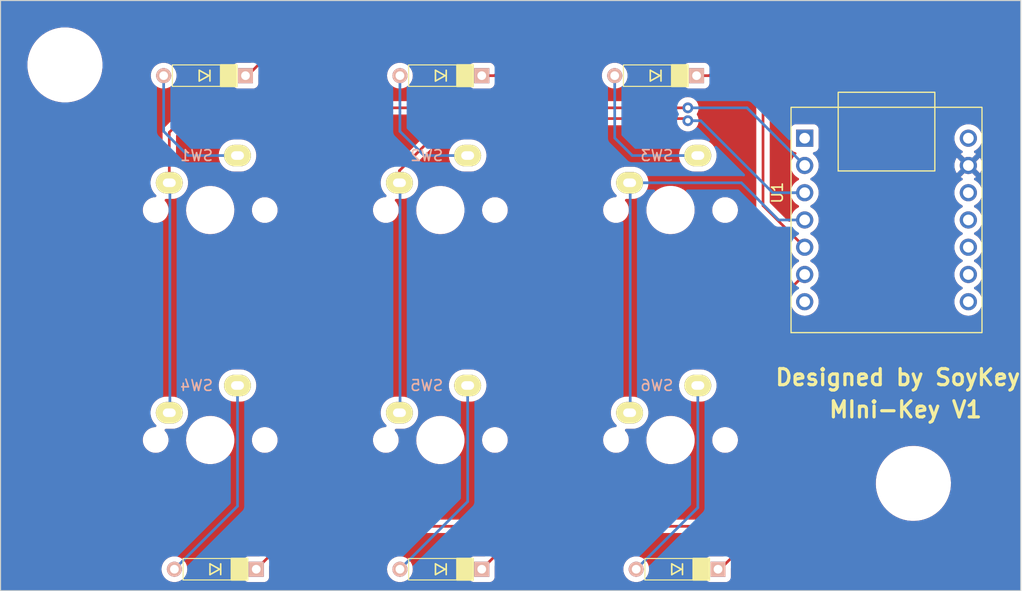
<source format=kicad_pcb>
(kicad_pcb (version 20221018) (generator pcbnew)
  (layers (0 "F.Cu" signal) (31 "B.Cu" signal) (34 "B.Paste" user) (35 "F.Paste" user) (36 "B.SilkS" user "B.Silkscreen") (37 "F.SilkS" user "F.Silkscreen") (38 "B.Mask" user) (39 "F.Mask" user) (44 "Edge.Cuts" user))
  (property "TEXT" "")
  (net 0 "")
  (net 1 "row0")
  (net 2 "Net-(D1-A)")
  (net 3 "Net-(D2-A)")
  (net 4 "Net-(D3-A)")
  (net 5 "row1")
  (net 6 "Net-(D4-A)")
  (net 7 "Net-(D5-A)")
  (net 8 "Net-(D6-A)")
  (net 9 "col0")
  (net 10 "col1")
  (net 11 "col2")
  (net 18 "+3V3")
  (net 19 "GND")
  (footprint "kbd_Hole:m3_Screw_Hole_EdgeCuts" (layer "F.Cu") (at 100 60)
    (fp_text reference "Ref**" hide)
    (fp_text value "Val**" hide)
    (fp_circle (center 0 0) (end 1.6 0) (stroke (width 0.01)) (fill none) (layer "Edge.Cuts"))
  )
  (footprint "kbd_SW:CherryMX_Solder_1u" (layer "F.Cu") (at 34.525 34.525)
    (fp_text reference "SW1" (at -1.27 -5.08 180) (layer "B.SilkS") (effects (justify mirror)))
    (fp_text value "SW_Push" hide)
    (pad "" np_thru_hole circle (at -5.08 0 90) (size 1.9 1.9) (drill 1.9) (layers "*.Cu" "*.Mask"))
    (pad "" np_thru_hole circle (at 0 0 90) (size 4 4) (drill 4) (layers "*.Cu" "*.Mask"))
    (pad "" np_thru_hole circle (at 5.08 0 90) (size 1.9 1.9) (drill 1.9) (layers "*.Cu" "*.Mask"))
    (pad "1" thru_hole oval (at -3.81 -2.54) (size 2.5 2) (drill oval 1.2 0.8) (layers "*.Cu" "F.SilkS" "B.Mask") (net 9 "col0"))
    (pad "2" thru_hole oval (at 2.54 -5.08) (size 2.5 2) (drill oval 1.2 0.8) (layers "*.Cu" "F.SilkS" "B.Mask") (net 2 "Net-(D1-A)"))
  )
  (footprint "kbd_Hole:m3_Spacer_Hole" (layer "F.Cu") (at 100 60)
    (fp_text reference "Ref**")
    (fp_text value "Val**")
    (pad "" np_thru_hole circle (at 0 0) (size 6.5 6.5) (drill 6.5) (layers "*.Cu" "*.Mask"))
  )
  (footprint "kbd_Hole:m3_Screw_Hole_EdgeCuts" (layer "F.Cu") (at 21 21)
    (fp_text reference "Ref**" hide)
    (fp_text value "Val**" hide)
    (fp_circle (center 0 0) (end 1.6 0) (stroke (width 0.01)) (fill none) (layer "Edge.Cuts"))
  )
  (footprint "Seeeduino-xiao-rp2040:MOUDLE14P-2.54-21X17.8MM" (layer "F.Cu") (at 97.5 35.45 90)
    (fp_text reference "U1" (at 2.54 -10.16 90 unlocked) (layer "F.SilkS"))
    (fp_text value "MOUDLE-SEEEDUINO-XIAO")
    (fp_rect (start -10.5 -8.89) (end 10.5 8.89) (stroke (width 0.12)) (fill none) (layer "F.SilkS"))
    (fp_rect (start 4.57 -4.5) (end 11.9 4.5) (stroke (width 0.12)) (fill none) (layer "F.SilkS"))
    (pad "1" thru_hole rect (at 7.62 -7.62 90) (size 1.6 1.6) (drill 1) (layers "*.Cu" "*.Mask"))
    (pad "2" thru_hole circle (at 5.08 -7.62 90) (size 1.6 1.6) (drill 1) (layers "*.Cu" "*.Mask") (net 9 "col0"))
    (pad "3" thru_hole circle (at 2.54 -7.62 90) (size 1.6 1.6) (drill 1) (layers "*.Cu" "*.Mask") (net 10 "col1"))
    (pad "4" thru_hole circle (at 0 -7.62 90) (size 1.6 1.6) (drill 1) (layers "*.Cu" "*.Mask") (net 11 "col2"))
    (pad "5" thru_hole circle (at -2.54 -7.62 90) (size 1.6 1.6) (drill 1) (layers "*.Cu" "*.Mask") (net 1 "row0"))
    (pad "6" thru_hole circle (at -5.08 -7.62 90) (size 1.6 1.6) (drill 1) (layers "*.Cu" "*.Mask") (net 5 "row1"))
    (pad "7" thru_hole circle (at -7.62 -7.62 90) (size 1.6 1.6) (drill 1) (layers "*.Cu" "*.Mask"))
    (pad "8" thru_hole circle (at -7.62 7.62 90) (size 1.6 1.6) (drill 1) (layers "*.Cu" "*.Mask"))
    (pad "9" thru_hole circle (at -5.08 7.62 90) (size 1.6 1.6) (drill 1) (layers "*.Cu" "*.Mask"))
    (pad "10" thru_hole circle (at -2.54 7.62 90) (size 1.6 1.6) (drill 1) (layers "*.Cu" "*.Mask"))
    (pad "11" thru_hole circle (at 0 7.62 90) (size 1.6 1.6) (drill 1) (layers "*.Cu" "*.Mask"))
    (pad "12" thru_hole circle (at 2.54 7.62 90) (size 1.6 1.6) (drill 1) (layers "*.Cu" "*.Mask") (net 18 "+3V3"))
    (pad "13" thru_hole circle (at 5.08 7.62 90) (size 1.6 1.6) (drill 1) (layers "*.Cu" "*.Mask") (net 19 "GND"))
    (pad "14" thru_hole circle (at 7.62 7.62 90) (size 1.6 1.6) (drill 1) (layers "*.Cu" "*.Mask"))
  )
  (footprint "kbd_SW:CherryMX_Solder_1u" (layer "F.Cu") (at 55.95625 34.525)
    (fp_text reference "SW2" (at -1.27 -5.08 180) (layer "B.SilkS") (effects (justify mirror)))
    (fp_text value "SW_Push" hide)
    (pad "" np_thru_hole circle (at -5.08 0 90) (size 1.9 1.9) (drill 1.9) (layers "*.Cu" "*.Mask"))
    (pad "" np_thru_hole circle (at 0 0 90) (size 4 4) (drill 4) (layers "*.Cu" "*.Mask"))
    (pad "" np_thru_hole circle (at 5.08 0 90) (size 1.9 1.9) (drill 1.9) (layers "*.Cu" "*.Mask"))
    (pad "1" thru_hole oval (at -3.81 -2.54) (size 2.5 2) (drill oval 1.2 0.8) (layers "*.Cu" "F.SilkS" "B.Mask") (net 10 "col1"))
    (pad "2" thru_hole oval (at 2.54 -5.08) (size 2.5 2) (drill oval 1.2 0.8) (layers "*.Cu" "F.SilkS" "B.Mask") (net 3 "Net-(D2-A)"))
  )
  (footprint "kbd_Hole:m3_Spacer_Hole" (layer "F.Cu") (at 21 21)
    (fp_text reference "Ref**")
    (fp_text value "Val**")
    (pad "" np_thru_hole circle (at 0 0) (size 6.5 6.5) (drill 6.5) (layers "*.Cu" "*.Mask"))
  )
  (footprint "kbd_SW:CherryMX_Solder_1u" (layer "F.Cu") (at 55.95625 55.95625)
    (fp_text reference "SW5" (at -1.27 -5.08 180) (layer "B.SilkS") (effects (justify mirror)))
    (fp_text value "SW_Push" hide)
    (pad "" np_thru_hole circle (at -5.08 0 90) (size 1.9 1.9) (drill 1.9) (layers "*.Cu" "*.Mask"))
    (pad "" np_thru_hole circle (at 0 0 90) (size 4 4) (drill 4) (layers "*.Cu" "*.Mask"))
    (pad "" np_thru_hole circle (at 5.08 0 90) (size 1.9 1.9) (drill 1.9) (layers "*.Cu" "*.Mask"))
    (pad "1" thru_hole oval (at -3.81 -2.54) (size 2.5 2) (drill oval 1.2 0.8) (layers "*.Cu" "F.SilkS" "B.Mask") (net 10 "col1"))
    (pad "2" thru_hole oval (at 2.54 -5.08) (size 2.5 2) (drill oval 1.2 0.8) (layers "*.Cu" "F.SilkS" "B.Mask") (net 7 "Net-(D5-A)"))
  )
  (footprint "kbd_SW:CherryMX_Solder_1u" (layer "F.Cu") (at 77.3875 34.525)
    (fp_text reference "SW3" (at -1.27 -5.08 180) (layer "B.SilkS") (effects (justify mirror)))
    (fp_text value "SW_Push" hide)
    (pad "" np_thru_hole circle (at -5.08 0 90) (size 1.9 1.9) (drill 1.9) (layers "*.Cu" "*.Mask"))
    (pad "" np_thru_hole circle (at 0 0 90) (size 4 4) (drill 4) (layers "*.Cu" "*.Mask"))
    (pad "" np_thru_hole circle (at 5.08 0 90) (size 1.9 1.9) (drill 1.9) (layers "*.Cu" "*.Mask"))
    (pad "1" thru_hole oval (at -3.81 -2.54) (size 2.5 2) (drill oval 1.2 0.8) (layers "*.Cu" "F.SilkS" "B.Mask") (net 11 "col2"))
    (pad "2" thru_hole oval (at 2.54 -5.08) (size 2.5 2) (drill oval 1.2 0.8) (layers "*.Cu" "F.SilkS" "B.Mask") (net 4 "Net-(D3-A)"))
  )
  (footprint "kbd_SW:CherryMX_Solder_1u" (layer "F.Cu") (at 34.525 55.95625)
    (fp_text reference "SW4" (at -1.27 -5.08 180) (layer "B.SilkS") (effects (justify mirror)))
    (fp_text value "SW_Push" hide)
    (pad "" np_thru_hole circle (at -5.08 0 90) (size 1.9 1.9) (drill 1.9) (layers "*.Cu" "*.Mask"))
    (pad "" np_thru_hole circle (at 0 0 90) (size 4 4) (drill 4) (layers "*.Cu" "*.Mask"))
    (pad "" np_thru_hole circle (at 5.08 0 90) (size 1.9 1.9) (drill 1.9) (layers "*.Cu" "*.Mask"))
    (pad "1" thru_hole oval (at -3.81 -2.54) (size 2.5 2) (drill oval 1.2 0.8) (layers "*.Cu" "F.SilkS" "B.Mask") (net 9 "col0"))
    (pad "2" thru_hole oval (at 2.54 -5.08) (size 2.5 2) (drill oval 1.2 0.8) (layers "*.Cu" "F.SilkS" "B.Mask") (net 8 "Net-(D6-A)"))
  )
  (footprint "kbd_SW:CherryMX_Solder_1u" (layer "F.Cu") (at 77.3875 55.95625)
    (fp_text reference "SW6" (at -1.27 -5.08 180) (layer "B.SilkS") (effects (justify mirror)))
    (fp_text value "SW_Push" hide)
    (pad "" np_thru_hole circle (at -5.08 0 90) (size 1.9 1.9) (drill 1.9) (layers "*.Cu" "*.Mask"))
    (pad "" np_thru_hole circle (at 0 0 90) (size 4 4) (drill 4) (layers "*.Cu" "*.Mask"))
    (pad "" np_thru_hole circle (at 5.08 0 90) (size 1.9 1.9) (drill 1.9) (layers "*.Cu" "*.Mask"))
    (pad "1" thru_hole oval (at -3.81 -2.54) (size 2.5 2) (drill oval 1.2 0.8) (layers "*.Cu" "F.SilkS" "B.Mask") (net 11 "col2"))
    (pad "2" thru_hole oval (at 2.54 -5.08) (size 2.5 2) (drill oval 1.2 0.8) (layers "*.Cu" "F.SilkS" "B.Mask") (net 6 "Net-(D4-A)"))
  )
  (footprint "kbd_Parts:Diode_TH" (layer "B.Cu") (at 35 68 180)
    (fp_text reference "D6" hide)
    (fp_text value "D" hide)
    (fp_line (start -3 -1) (end 3 -1) (stroke (width 0.1)) (layer "F.SilkS"))
    (fp_line (start -3 1) (end -3 -1) (stroke (width 0.1)) (layer "F.SilkS"))
    (fp_line (start -3 1) (end -3 -1) (stroke (width 0.1)) (layer "F.SilkS"))
    (fp_line (start -0.5 0.5) (end -0.5 -0.5) (stroke (width 0.15)) (layer "F.SilkS"))
    (fp_line (start -0.4 0) (end 0.5 0.5) (stroke (width 0.15)) (layer "F.SilkS"))
    (fp_line (start 0.5 -0.5) (end -0.4 0) (stroke (width 0.15)) (layer "F.SilkS"))
    (fp_line (start 0.5 0.5) (end 0.5 -0.5) (stroke (width 0.15)) (layer "F.SilkS"))
    (fp_line (start 3 -1) (end 3 1) (stroke (width 0.1)) (layer "F.SilkS"))
    (fp_line (start 3 1) (end -3 1) (stroke (width 0.1)) (layer "F.SilkS"))
    (fp_poly (pts (xy -3 1) (xy -3 -1) (xy -1.5 -1) (xy -1.5 1)) (stroke (width 0.15)) (fill solid) (layer "F.SilkS"))
    (pad "1" thru_hole rect (at -3.81 0 180) (size 1.397 1.397) (drill 0.8128) (layers "*.Cu" "*.Mask" "B.SilkS") (net 5 "row1"))
    (pad "2" thru_hole circle (at 3.81 0 180) (size 1.397 1.397) (drill 0.8128) (layers "*.Cu" "*.Mask" "B.SilkS") (net 8 "Net-(D6-A)"))
  )
  (footprint "kbd_Parts:Diode_TH" (layer "B.Cu") (at 34 22 180)
    (fp_text reference "D1" hide)
    (fp_text value "D" hide)
    (fp_line (start -3 -1) (end 3 -1) (stroke (width 0.1)) (layer "F.SilkS"))
    (fp_line (start -3 1) (end -3 -1) (stroke (width 0.1)) (layer "F.SilkS"))
    (fp_line (start -3 1) (end -3 -1) (stroke (width 0.1)) (layer "F.SilkS"))
    (fp_line (start -0.5 0.5) (end -0.5 -0.5) (stroke (width 0.15)) (layer "F.SilkS"))
    (fp_line (start -0.4 0) (end 0.5 0.5) (stroke (width 0.15)) (layer "F.SilkS"))
    (fp_line (start 0.5 -0.5) (end -0.4 0) (stroke (width 0.15)) (layer "F.SilkS"))
    (fp_line (start 0.5 0.5) (end 0.5 -0.5) (stroke (width 0.15)) (layer "F.SilkS"))
    (fp_line (start 3 -1) (end 3 1) (stroke (width 0.1)) (layer "F.SilkS"))
    (fp_line (start 3 1) (end -3 1) (stroke (width 0.1)) (layer "F.SilkS"))
    (fp_poly (pts (xy -3 1) (xy -3 -1) (xy -1.5 -1) (xy -1.5 1)) (stroke (width 0.15)) (fill solid) (layer "F.SilkS"))
    (pad "1" thru_hole rect (at -3.81 0 180) (size 1.397 1.397) (drill 0.8128) (layers "*.Cu" "*.Mask" "B.SilkS") (net 1 "row0"))
    (pad "2" thru_hole circle (at 3.81 0 180) (size 1.397 1.397) (drill 0.8128) (layers "*.Cu" "*.Mask" "B.SilkS") (net 2 "Net-(D1-A)"))
  )
  (footprint "kbd_Parts:Diode_TH" (layer "B.Cu") (at 56 68 180)
    (fp_text reference "D5" hide)
    (fp_text value "D" hide)
    (fp_line (start -3 -1) (end 3 -1) (stroke (width 0.1)) (layer "F.SilkS"))
    (fp_line (start -3 1) (end -3 -1) (stroke (width 0.1)) (layer "F.SilkS"))
    (fp_line (start -3 1) (end -3 -1) (stroke (width 0.1)) (layer "F.SilkS"))
    (fp_line (start -0.5 0.5) (end -0.5 -0.5) (stroke (width 0.15)) (layer "F.SilkS"))
    (fp_line (start -0.4 0) (end 0.5 0.5) (stroke (width 0.15)) (layer "F.SilkS"))
    (fp_line (start 0.5 -0.5) (end -0.4 0) (stroke (width 0.15)) (layer "F.SilkS"))
    (fp_line (start 0.5 0.5) (end 0.5 -0.5) (stroke (width 0.15)) (layer "F.SilkS"))
    (fp_line (start 3 -1) (end 3 1) (stroke (width 0.1)) (layer "F.SilkS"))
    (fp_line (start 3 1) (end -3 1) (stroke (width 0.1)) (layer "F.SilkS"))
    (fp_poly (pts (xy -3 1) (xy -3 -1) (xy -1.5 -1) (xy -1.5 1)) (stroke (width 0.15)) (fill solid) (layer "F.SilkS"))
    (pad "1" thru_hole rect (at -3.81 0 180) (size 1.397 1.397) (drill 0.8128) (layers "*.Cu" "*.Mask" "B.SilkS") (net 5 "row1"))
    (pad "2" thru_hole circle (at 3.81 0 180) (size 1.397 1.397) (drill 0.8128) (layers "*.Cu" "*.Mask" "B.SilkS") (net 7 "Net-(D5-A)"))
  )
  (footprint "kbd_Parts:Diode_TH" (layer "B.Cu") (at 76 22 180)
    (fp_text reference "D3" hide)
    (fp_text value "D" hide)
    (fp_line (start -3 -1) (end 3 -1) (stroke (width 0.1)) (layer "F.SilkS"))
    (fp_line (start -3 1) (end -3 -1) (stroke (width 0.1)) (layer "F.SilkS"))
    (fp_line (start -3 1) (end -3 -1) (stroke (width 0.1)) (layer "F.SilkS"))
    (fp_line (start -0.5 0.5) (end -0.5 -0.5) (stroke (width 0.15)) (layer "F.SilkS"))
    (fp_line (start -0.4 0) (end 0.5 0.5) (stroke (width 0.15)) (layer "F.SilkS"))
    (fp_line (start 0.5 -0.5) (end -0.4 0) (stroke (width 0.15)) (layer "F.SilkS"))
    (fp_line (start 0.5 0.5) (end 0.5 -0.5) (stroke (width 0.15)) (layer "F.SilkS"))
    (fp_line (start 3 -1) (end 3 1) (stroke (width 0.1)) (layer "F.SilkS"))
    (fp_line (start 3 1) (end -3 1) (stroke (width 0.1)) (layer "F.SilkS"))
    (fp_poly (pts (xy -3 1) (xy -3 -1) (xy -1.5 -1) (xy -1.5 1)) (stroke (width 0.15)) (fill solid) (layer "F.SilkS"))
    (pad "1" thru_hole rect (at -3.81 0 180) (size 1.397 1.397) (drill 0.8128) (layers "*.Cu" "*.Mask" "B.SilkS") (net 1 "row0"))
    (pad "2" thru_hole circle (at 3.81 0 180) (size 1.397 1.397) (drill 0.8128) (layers "*.Cu" "*.Mask" "B.SilkS") (net 4 "Net-(D3-A)"))
  )
  (footprint "kbd_Parts:Diode_TH" (layer "B.Cu") (at 78 68 180)
    (fp_text reference "D4" hide)
    (fp_text value "D" hide)
    (fp_line (start -3 -1) (end 3 -1) (stroke (width 0.1)) (layer "F.SilkS"))
    (fp_line (start -3 1) (end -3 -1) (stroke (width 0.1)) (layer "F.SilkS"))
    (fp_line (start -3 1) (end -3 -1) (stroke (width 0.1)) (layer "F.SilkS"))
    (fp_line (start -0.5 0.5) (end -0.5 -0.5) (stroke (width 0.15)) (layer "F.SilkS"))
    (fp_line (start -0.4 0) (end 0.5 0.5) (stroke (width 0.15)) (layer "F.SilkS"))
    (fp_line (start 0.5 -0.5) (end -0.4 0) (stroke (width 0.15)) (layer "F.SilkS"))
    (fp_line (start 0.5 0.5) (end 0.5 -0.5) (stroke (width 0.15)) (layer "F.SilkS"))
    (fp_line (start 3 -1) (end 3 1) (stroke (width 0.1)) (layer "F.SilkS"))
    (fp_line (start 3 1) (end -3 1) (stroke (width 0.1)) (layer "F.SilkS"))
    (fp_poly (pts (xy -3 1) (xy -3 -1) (xy -1.5 -1) (xy -1.5 1)) (stroke (width 0.15)) (fill solid) (layer "F.SilkS"))
    (pad "1" thru_hole rect (at -3.81 0 180) (size 1.397 1.397) (drill 0.8128) (layers "*.Cu" "*.Mask" "B.SilkS") (net 5 "row1"))
    (pad "2" thru_hole circle (at 3.81 0 180) (size 1.397 1.397) (drill 0.8128) (layers "*.Cu" "*.Mask" "B.SilkS") (net 6 "Net-(D4-A)"))
  )
  (footprint "kbd_Parts:Diode_TH" (layer "B.Cu") (at 56 22 180)
    (fp_text reference "D2" hide)
    (fp_text value "D" hide)
    (fp_line (start -3 -1) (end 3 -1) (stroke (width 0.1)) (layer "F.SilkS"))
    (fp_line (start -3 1) (end -3 -1) (stroke (width 0.1)) (layer "F.SilkS"))
    (fp_line (start -3 1) (end -3 -1) (stroke (width 0.1)) (layer "F.SilkS"))
    (fp_line (start -0.5 0.5) (end -0.5 -0.5) (stroke (width 0.15)) (layer "F.SilkS"))
    (fp_line (start -0.4 0) (end 0.5 0.5) (stroke (width 0.15)) (layer "F.SilkS"))
    (fp_line (start 0.5 -0.5) (end -0.4 0) (stroke (width 0.15)) (layer "F.SilkS"))
    (fp_line (start 0.5 0.5) (end 0.5 -0.5) (stroke (width 0.15)) (layer "F.SilkS"))
    (fp_line (start 3 -1) (end 3 1) (stroke (width 0.1)) (layer "F.SilkS"))
    (fp_line (start 3 1) (end -3 1) (stroke (width 0.1)) (layer "F.SilkS"))
    (fp_poly (pts (xy -3 1) (xy -3 -1) (xy -1.5 -1) (xy -1.5 1)) (stroke (width 0.15)) (fill solid) (layer "F.SilkS"))
    (pad "1" thru_hole rect (at -3.81 0 180) (size 1.397 1.397) (drill 0.8128) (layers "*.Cu" "*.Mask" "B.SilkS") (net 1 "row0"))
    (pad "2" thru_hole circle (at 3.81 0 180) (size 1.397 1.397) (drill 0.8128) (layers "*.Cu" "*.Mask" "B.SilkS") (net 3 "Net-(D2-A)"))
  )
  (gr_rect (start 15 15) (end 110 70) (stroke (width 0.1)) (fill none) (layer "Edge.Cuts"))
  (gr_text "Designed by SoyKey" (at 87 51) (layer "F.SilkS") (effects (font (size 1.5 1.5) (thickness 0.3) bold) (justify left bottom)))
  (gr_text "MIni-Key V1" (at 92 54) (layer "F.SilkS") (effects (font (size 1.5 1.5) (thickness 0.3) bold) (justify left bottom)))
  (segment (start 59.81 22) (end 61 22) (width 0.25) (layer "F.Cu") (net 1))
  (segment (start 86 34.11) (end 89.88 37.99) (width 0.25) (layer "F.Cu") (net 1))
  (segment (start 41 19) (end 64 19) (width 0.25) (layer "F.Cu") (net 1))
  (segment (start 37.81 22) (end 38 22) (width 0.25) (layer "F.Cu") (net 1))
  (segment (start 64 19) (end 82 19) (width 0.25) (layer "F.Cu") (net 1))
  (segment (start 38 22) (end 41 19) (width 0.25) (layer "F.Cu") (net 1))
  (segment (start 86 23) (end 86 34.11) (width 0.25) (layer "F.Cu") (net 1))
  (segment (start 81 22) (end 83 20) (width 0.25) (layer "F.Cu") (net 1))
  (segment (start 82 19) (end 86 23) (width 0.25) (layer "F.Cu") (net 1))
  (segment (start 61 22) (end 64 19) (width 0.25) (layer "F.Cu") (net 1))
  (segment (start 79.81 22) (end 81 22) (width 0.25) (layer "F.Cu") (net 1))
  (segment (start 32.445 29.445) (end 30.19 27.19) (width 0.25) (layer "B.Cu") (net 2))
  (segment (start 30.19 27.19) (end 30.19 22) (width 0.25) (layer "B.Cu") (net 2))
  (segment (start 37.065 29.445) (end 32.445 29.445) (width 0.25) (layer "B.Cu") (net 2))
  (segment (start 52.19 22) (end 52.19 27.19) (width 0.25) (layer "B.Cu") (net 3))
  (segment (start 52.19 27.19) (end 54.445 29.445) (width 0.25) (layer "B.Cu") (net 3))
  (segment (start 54.445 29.445) (end 58.49625 29.445) (width 0.25) (layer "B.Cu") (net 3))
  (segment (start 73.825 29.445) (end 72.19 27.81) (width 0.25) (layer "B.Cu") (net 4))
  (segment (start 72.19 22) (end 72.19 27.81) (width 0.25) (layer "B.Cu") (net 4))
  (segment (start 79.9275 29.445) (end 73.825 29.445) (width 0.25) (layer "B.Cu") (net 4))
  (segment (start 42.81 64) (end 64 64) (width 0.25) (layer "F.Cu") (net 5))
  (segment (start 82 68) (end 86 64) (width 0.25) (layer "F.Cu") (net 5))
  (segment (start 59.81 68) (end 63.81 64) (width 0.25) (layer "F.Cu") (net 5))
  (segment (start 86 64) (end 64 64) (width 0.25) (layer "F.Cu") (net 5))
  (segment (start 81.81 68) (end 82 68) (width 0.25) (layer "F.Cu") (net 5))
  (segment (start 86 44.41) (end 89.88 40.53) (width 0.25) (layer "F.Cu") (net 5))
  (segment (start 86 64) (end 86 44.41) (width 0.25) (layer "F.Cu") (net 5))
  (segment (start 63.81 64) (end 64 64) (width 0.25) (layer "F.Cu") (net 5))
  (segment (start 38.81 68) (end 42.81 64) (width 0.25) (layer "F.Cu") (net 5))
  (segment (start 79.9275 62.2625) (end 74.19 68) (width 0.25) (layer "B.Cu") (net 6))
  (segment (start 79.9275 50.87625) (end 79.9275 62.2625) (width 0.25) (layer "B.Cu") (net 6))
  (segment (start 58.49625 50.87625) (end 58.49625 61.69375) (width 0.25) (layer "B.Cu") (net 7))
  (segment (start 58.49625 61.69375) (end 52.19 68) (width 0.25) (layer "B.Cu") (net 7))
  (segment (start 37.065 62.125) (end 31.19 68) (width 0.25) (layer "B.Cu") (net 8))
  (segment (start 37.065 50.87625) (end 37.065 62.125) (width 0.25) (layer "B.Cu") (net 8))
  (segment (start 33 25) (end 30.715 27.285) (width 0.25) (layer "F.Cu") (net 9))
  (segment (start 30.715 27.285) (end 30.715 31.985) (width 0.25) (layer "F.Cu") (net 9))
  (segment (start 30.715 31.985) (end 30.77 32.04) (width 0.25) (layer "F.Cu") (net 9))
  (segment (start 30.77 53.36125) (end 30.715 53.41625) (width 0.25) (layer "F.Cu") (net 9))
  (segment (start 79 25) (end 33 25) (width 0.25) (layer "F.Cu") (net 9))
  (via (at 79 25) (size 1) (drill 0.5) (layers "F.Cu" "B.Cu") (net 9))
  (segment (start 84.51 25) (end 89.88 30.37) (width 0.25) (layer "B.Cu") (net 9))
  (segment (start 30.715 31.985) (end 30.77 32.04) (width 0.25) (layer "B.Cu") (net 9))
  (segment (start 30.77 53.36125) (end 30.715 53.41625) (width 0.25) (layer "B.Cu") (net 9))
  (segment (start 30.77 32.04) (end 30.77 53.36125) (width 0.25) (layer "B.Cu") (net 9))
  (segment (start 79 25) (end 84.51 25) (width 0.25) (layer "B.Cu") (net 9))
  (segment (start 52.14625 31.985) (end 52.20125 32.04) (width 0.25) (layer "F.Cu") (net 10))
  (segment (start 52.14625 30.85375) (end 52.14625 31.985) (width 0.25) (layer "F.Cu") (net 10))
  (segment (start 79 26.199503) (end 78.800497 26) (width 0.25) (layer "F.Cu") (net 10))
  (segment (start 52.20125 53.36125) (end 52.14625 53.41625) (width 0.25) (layer "F.Cu") (net 10))
  (segment (start 78.800497 26) (end 57 26) (width 0.25) (layer "F.Cu") (net 10))
  (segment (start 57 26) (end 52.14625 30.85375) (width 0.25) (layer "F.Cu") (net 10))
  (via (at 79 26.199503) (size 1) (drill 0.5) (layers "F.Cu" "B.Cu") (net 10))
  (segment (start 80.199503 26.199503) (end 86.91 32.91) (width 0.25) (layer "B.Cu") (net 10))
  (segment (start 86.91 32.91) (end 89.88 32.91) (width 0.25) (layer "B.Cu") (net 10))
  (segment (start 52.20125 32.04) (end 52.20125 53.36125) (width 0.25) (layer "B.Cu") (net 10))
  (segment (start 52.14625 31.985) (end 52.20125 32.04) (width 0.25) (layer "B.Cu") (net 10))
  (segment (start 52.20125 53.36125) (end 52.14625 53.41625) (width 0.25) (layer "B.Cu") (net 10))
  (segment (start 79 26.199503) (end 80.199503 26.199503) (width 0.25) (layer "B.Cu") (net 10))
  (segment (start 73.6325 53.36125) (end 73.5775 53.41625) (width 0.25) (layer "F.Cu") (net 11))
  (segment (start 73.5775 31.985) (end 73.6325 32.04) (width 0.25) (layer "F.Cu") (net 11))
  (segment (start 73.6325 53.36125) (end 73.5775 53.41625) (width 0.25) (layer "B.Cu") (net 11))
  (segment (start 73.5775 31.985) (end 73.6325 32.04) (width 0.25) (layer "B.Cu") (net 11))
  (segment (start 73.6325 32.04) (end 73.6325 53.36125) (width 0.25) (layer "B.Cu") (net 11))
  (segment (start 83.985 31.985) (end 87.45 35.45) (width 0.25) (layer "B.Cu") (net 11))
  (segment (start 73.5775 31.985) (end 83.985 31.985) (width 0.25) (layer "B.Cu") (net 11))
  (segment (start 87.45 35.45) (end 89.88 35.45) (width 0.25) (layer "B.Cu") (net 11))
  (zone (net 19) (net_name "GND") (layers "F&B.Cu") (connect_pads (clearance 0.5)) (min_thickness 0.25) (fill yes (thermal_gap 0.5) (thermal_bridge_width 0.5))
    (polygon (pts (xy 110 70) (xy 110 15) (xy 15 15) (xy 15 70)))
  )
)
</source>
